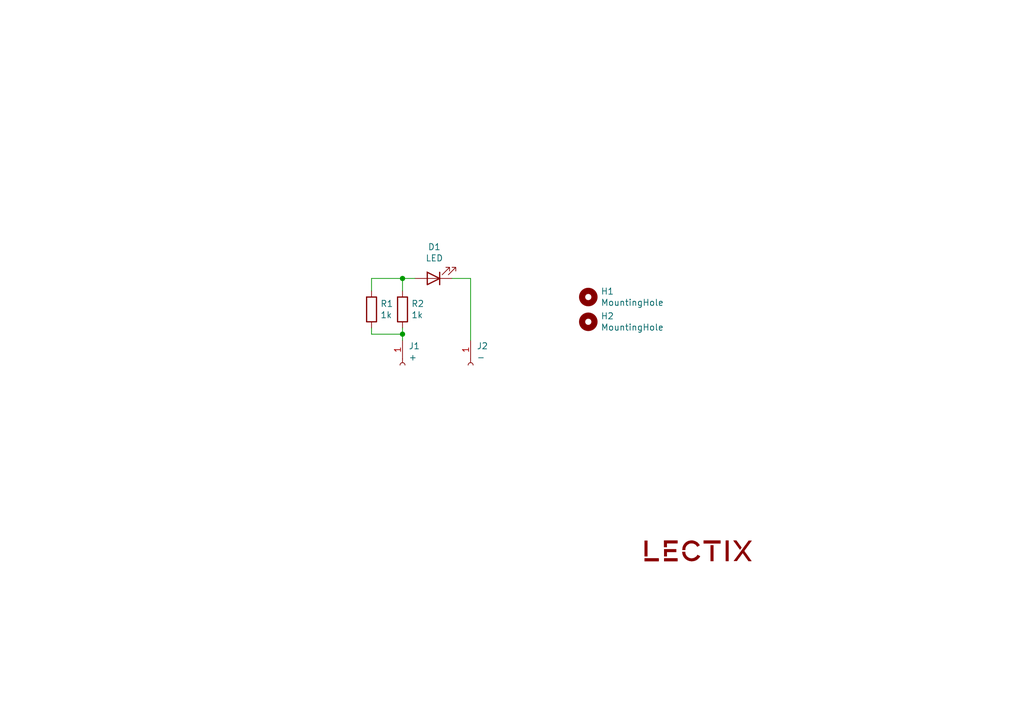
<source format=kicad_sch>
(kicad_sch (version 20211123) (generator eeschema)
  (paper "A5")
  (title_block (title "LEC005001 - LED d’éclairage intérieur") (date "2023-04-16") (rev "1.0") (company "LECTIX"))
  (lib_symbols
    (symbol "0_logos:logo_lectix_25mm" (pin_names (offset 1.016))
      (symbol "logo_lectix_25mm_0_0"
        (polyline (pts (xy -10.1092 2.0574) (xy -10.668 2.0574) (xy -10.668 -1.1176) (xy -10.1092 -1.1176) (xy -10.1092 2.0574)) (stroke (width 0.0254)) (fill (type outline)))
        (polyline (pts (xy -7.7978 -1.5748) (xy -10.668 -1.5748) (xy -10.668 -2.1336) (xy -7.7978 -2.1336) (xy -7.7978 -1.5748)) (stroke (width 0.0254)) (fill (type outline)))
        (polyline (pts (xy -3.937 -1.5748) (xy -6.6548 -1.5748) (xy -6.6548 -2.1336) (xy -3.937 -2.1336) (xy -3.937 -1.5748)) (stroke (width 0.0254)) (fill (type outline)))
        (polyline (pts (xy 3.429 1.0922) (xy 2.8702 1.0922) (xy 2.8702 -2.1082) (xy 3.429 -2.1082) (xy 3.429 1.0922)) (stroke (width 0.0254)) (fill (type outline)))
        (polyline (pts (xy 4.8768 2.0828) (xy 1.4478 2.0828) (xy 1.4478 1.524) (xy 4.8768 1.524) (xy 4.8768 2.0828)) (stroke (width 0.0254)) (fill (type outline)))
        (polyline (pts (xy 6.5278 2.0828) (xy 5.9944 2.0828) (xy 5.9944 -2.1082) (xy 6.5278 -2.1082) (xy 6.5278 2.0828)) (stroke (width 0.0254)) (fill (type outline)))
        (polyline (pts (xy -6.1214 -0.254) (xy -4.2164 -0.254) (xy -4.2164 0.3048) (xy -6.6548 0.3048) (xy -6.6548 -1.1176) (xy -6.1214 -1.1176) (xy -6.1214 -0.254)) (stroke (width 0.0254)) (fill (type outline)))
        (polyline (pts (xy -6.1214 1.5494) (xy -3.937 1.5494) (xy -3.937 2.0828) (xy -6.6802 2.0828) (xy -6.6802 0.762) (xy -6.1214 0.762) (xy -6.1214 1.5494)) (stroke (width 0.0254)) (fill (type outline)))
        (polyline (pts (xy 8.9916 0.381) (xy 9.017 0.4318) (xy 9.0424 0.4572) (xy 9.0678 0.508) (xy 9.0932 0.5334) (xy 9.1186 0.5842) (xy 9.144 0.6096) (xy 9.144 0.635) (xy 9.1694 0.635) (xy 9.1694 0.6604) (xy 9.1186 0.7112) (xy 9.0678 0.8128) (xy 9.017 0.8636) (xy 8.9916 0.9144) (xy 8.9408 0.9906) (xy 8.89 1.0414) (xy 8.8392 1.1176) (xy 8.763 1.1938) (xy 8.7122 1.2954) (xy 8.6614 1.3716) (xy 8.128 2.0828) (xy 7.5692 2.0828) (xy 7.5692 2.0574) (xy 7.5946 2.0574) (xy 7.5946 2.032) (xy 7.6454 1.9812) (xy 7.6708 1.9304) (xy 7.7216 1.8796) (xy 7.747 1.8034) (xy 7.7978 1.7526) (xy 7.8994 1.6002) (xy 7.9756 1.524) (xy 8.0264 1.4478) (xy 8.1026 1.3462) (xy 8.1534 1.2446) (xy 8.2296 1.1684) (xy 8.255 1.1176) (xy 8.3312 1.0414) (xy 8.382 0.9398) (xy 8.4582 0.8636) (xy 8.509 0.762) (xy 8.5598 0.6858) (xy 8.6868 0.5588) (xy 8.7122 0.4826) (xy 8.763 0.4318) (xy 8.7884 0.381) (xy 8.8392 0.3556) (xy 8.8646 0.3048) (xy 8.8646 0.2794) (xy 8.89 0.2794) (xy 8.9916 0.381)) (stroke (width 0.0254)) (fill (type outline)))
        (polyline (pts (xy -2.3622 0.2794) (xy -2.3368 0.381) (xy -2.3368 0.508) (xy -2.3114 0.6096) (xy -2.286 0.6858) (xy -2.2352 0.8128) (xy -2.1844 0.9144) (xy -2.032 1.1176) (xy -1.9304 1.1938) (xy -1.8542 1.2954) (xy -1.7526 1.3462) (xy -1.6256 1.4224) (xy -1.524 1.4732) (xy -1.397 1.524) (xy -1.27 1.5494) (xy -0.8636 1.5494) (xy -0.762 1.524) (xy -0.635 1.4986) (xy -0.5334 1.4478) (xy -0.4064 1.397) (xy -0.3048 1.3462) (xy -0.2032 1.27) (xy -0.0508 1.1176) (xy 0.0508 0.9652) (xy 0.1016 0.9144) (xy 0.1016 0.889) (xy 0.127 0.8636) (xy 0.1778 0.8636) (xy 0.2286 0.9144) (xy 0.2794 0.9398) (xy 0.3048 0.9652) (xy 0.4064 1.016) (xy 0.4318 1.0414) (xy 0.4826 1.0668) (xy 0.5334 1.1176) (xy 0.5588 1.1176) (xy 0.5842 1.143) (xy 0.5842 1.1684) (xy 0.5588 1.1938) (xy 0.5588 1.2192) (xy 0.5334 1.2192) (xy 0.4572 1.3462) (xy 0.3556 1.4478) (xy 0.254 1.5748) (xy 0.1524 1.6764) (xy -0.2286 1.905) (xy -0.5334 2.0066) (xy -0.6604 2.0574) (xy -0.8128 2.0828) (xy -1.27 2.0828) (xy -1.3208 2.0574) (xy -1.4478 2.032) (xy -1.6002 2.0066) (xy -1.7272 1.9558) (xy -1.8034 1.9304) (xy -1.9558 1.8542) (xy -2.0828 1.778) (xy -2.1844 1.7018) (xy -2.3114 1.6002) (xy -2.413 1.4986) (xy -2.5146 1.3716) (xy -2.5908 1.27) (xy -2.7432 1.016) (xy -2.794 0.8636) (xy -2.8448 0.7366) (xy -2.8702 0.5842) (xy -2.8956 0.4572) (xy -2.8956 0.3048) (xy -2.921 0.1778) (xy -2.3622 0.1778) (xy -2.3622 0.2794)) (stroke (width 0.0254)) (fill (type outline)))
        (polyline (pts (xy -0.8636 -2.1082) (xy -0.6604 -2.1082) (xy -0.6096 -2.0828) (xy -0.4826 -2.0574) (xy -0.1778 -1.9558) (xy 0.0762 -1.8034) (xy 0.2032 -1.7018) (xy 0.3048 -1.6002) (xy 0.4318 -1.4986) (xy 0.5334 -1.3716) (xy 0.6096 -1.2446) (xy 0.635 -1.1938) (xy 0.6858 -1.143) (xy 0.6604 -1.1176) (xy 0.635 -1.1176) (xy 0.6096 -1.0922) (xy 0.5842 -1.0922) (xy 0.5588 -1.0668) (xy 0.3556 -0.9652) (xy 0.3302 -0.9398) (xy 0.2794 -0.9398) (xy 0.254 -0.9144) (xy 0.2032 -0.889) (xy 0.1778 -0.889) (xy 0.1778 -0.8636) (xy 0.1524 -0.889) (xy 0.1524 -0.9144) (xy 0.127 -0.9652) (xy -0.0254 -1.1684) (xy -0.3302 -1.397) (xy -0.4318 -1.4478) (xy -0.6858 -1.5494) (xy -0.7874 -1.5748) (xy -0.8382 -1.5748) (xy -0.9144 -1.6002) (xy -1.1684 -1.6002) (xy -1.27 -1.5748) (xy -1.397 -1.5494) (xy -1.651 -1.4478) (xy -1.7526 -1.3716) (xy -1.8542 -1.3208) (xy -1.8542 -1.2954) (xy -1.9558 -1.2192) (xy -2.0574 -1.1176) (xy -2.1336 -1.016) (xy -2.1844 -0.9144) (xy -2.2606 -0.8128) (xy -2.286 -0.6858) (xy -2.3368 -0.5588) (xy -2.3622 -0.4572) (xy -2.3622 -0.254) (xy -2.921 -0.254) (xy -2.921 -0.4318) (xy -2.8956 -0.4572) (xy -2.8956 -0.6096) (xy -2.8448 -0.762) (xy -2.794 -0.889) (xy -2.7432 -1.0414) (xy -2.5908 -1.2954) (xy -2.3876 -1.5494) (xy -2.3368 -1.5748) (xy -2.286 -1.651) (xy -2.2098 -1.7018) (xy -2.159 -1.7526) (xy -2.0828 -1.8034) (xy -2.0574 -1.8034) (xy -1.8034 -1.9558) (xy -1.651 -2.0066) (xy -1.524 -2.0574) (xy -1.3716 -2.0828) (xy -1.2446 -2.1082) (xy -1.1938 -2.1082) (xy -1.1684 -2.1336) (xy -0.9144 -2.1336) (xy -0.8636 -2.1082)) (stroke (width 0.0254)) (fill (type outline)))
        (polyline (pts (xy 11.2014 -2.0574) (xy 11.1506 -2.0066) (xy 11.1252 -1.9558) (xy 11.0236 -1.8542) (xy 10.8204 -1.5494) (xy 10.7442 -1.4478) (xy 10.6934 -1.3716) (xy 10.4648 -1.0668) (xy 10.4394 -1.016) (xy 10.287 -0.8128) (xy 10.2362 -0.7366) (xy 10.16 -0.635) (xy 10.1092 -0.5588) (xy 10.033 -0.4826) (xy 9.8806 -0.254) (xy 9.8552 -0.2032) (xy 9.8044 -0.1524) (xy 9.779 -0.1016) (xy 9.7536 -0.0762) (xy 9.7536 -0.0508) (xy 9.7282 -0.0508) (xy 9.7282 -0.0254) (xy 9.779 0.0254) (xy 9.8044 0.0762) (xy 9.8298 0.1016) (xy 9.8806 0.1778) (xy 9.906 0.2286) (xy 9.9568 0.3048) (xy 10.033 0.381) (xy 10.1346 0.5334) (xy 10.2108 0.6096) (xy 10.2616 0.7112) (xy 10.4902 1.016) (xy 11.2522 2.0574) (xy 10.668 2.0574) (xy 10.668 2.032) (xy 10.6426 2.0066) (xy 10.5918 1.905) (xy 10.4902 1.8034) (xy 10.3886 1.651) (xy 10.3124 1.5748) (xy 10.2616 1.4732) (xy 10.033 1.1684) (xy 9.9314 1.0414) (xy 9.8552 0.9398) (xy 9.7536 0.8128) (xy 9.6774 0.6858) (xy 9.5758 0.5334) (xy 9.4742 0.4064) (xy 9.3726 0.254) (xy 9.271 0.127) (xy 9.1694 -0.0254) (xy 7.6454 -2.0828) (xy 8.2296 -2.0828) (xy 8.255 -2.0574) (xy 8.255 -2.032) (xy 8.3058 -1.9812) (xy 8.3312 -1.9304) (xy 8.382 -1.8796) (xy 8.4074 -1.8288) (xy 8.5598 -1.6002) (xy 8.636 -1.524) (xy 8.6868 -1.4478) (xy 8.763 -1.3462) (xy 8.8392 -1.27) (xy 8.89 -1.1938) (xy 8.9408 -1.0922) (xy 9.017 -1.016) (xy 9.2202 -0.7112) (xy 9.3218 -0.6096) (xy 9.3726 -0.508) (xy 9.4234 -0.4572) (xy 9.4234 -0.4318) (xy 9.4488 -0.4318) (xy 9.4488 -0.4572) (xy 9.525 -0.5334) (xy 9.5504 -0.5842) (xy 9.6012 -0.635) (xy 9.6266 -0.7112) (xy 9.6774 -0.762) (xy 9.779 -0.9144) (xy 9.8552 -0.9906) (xy 9.906 -1.0922) (xy 9.9822 -1.1684) (xy 10.033 -1.27) (xy 10.6426 -2.1082) (xy 11.2014 -2.1082) (xy 11.2014 -2.0574)) (stroke (width 0.0254)) (fill (type outline)))
      )
    )
    (symbol "Connector:Conn_01x01_Female" (pin_names (offset 1.016) hide)
      (property "Reference" "J" (at 0 2.54 0))
      (property "Value" "Conn_01x01_Female" (at 0 -2.54 0))
      (symbol "Conn_01x01_Female_1_1"
        (polyline (pts (xy -1.27 0) (xy -0.508 0)) (stroke (width 0.1524)))
        (arc (start 0 0.508) (mid -0.508 0) (end 0 -0.508) (stroke (width 0.1524)))
        (pin passive line (at -5.08 0 0) (length 3.81) (name "Pin_1") (number "1"))
      )
    )
    (symbol "Device:LED" (pin_numbers hide) (pin_names (offset 1.016) hide)
      (property "Reference" "D" (at 0 2.54 0))
      (property "Value" "LED" (at 0 -2.54 0))
      (symbol "LED_0_1"
        (polyline (pts (xy -1.27 -1.27) (xy -1.27 1.27)) (stroke (width 0.254)))
        (polyline (pts (xy -1.27 0) (xy 1.27 0)))
        (polyline (pts (xy 1.27 -1.27) (xy 1.27 1.27) (xy -1.27 0) (xy 1.27 -1.27)) (stroke (width 0.254)))
        (polyline (pts (xy -3.048 -0.762) (xy -4.572 -2.286) (xy -3.81 -2.286) (xy -4.572 -2.286) (xy -4.572 -1.524)))
        (polyline (pts (xy -1.778 -0.762) (xy -3.302 -2.286) (xy -2.54 -2.286) (xy -3.302 -2.286) (xy -3.302 -1.524)))
      )
      (symbol "LED_1_1"
        (pin passive line (at -3.81 0 0) (length 2.54) (name "K") (number "1"))
        (pin passive line (at 3.81 0 180) (length 2.54) (name "A") (number "2"))
      )
    )
    (symbol "Device:R" (pin_numbers hide) (pin_names (offset 0))
      (property "Reference" "R" (at 2.032 0 90))
      (property "Value" "R" (at 0 0 90))
      (symbol "R_0_1"
        (rectangle (start -1.016 -2.54) (end 1.016 2.54) (stroke (width 0.254)))
      )
      (symbol "R_1_1"
        (pin passive line (at 0 3.81 270) (length 1.27) (name "~") (number "1"))
        (pin passive line (at 0 -3.81 90) (length 1.27) (name "~") (number "2"))
      )
    )
    (symbol "Mechanical:MountingHole" (pin_names (offset 1.016))
      (property "Reference" "H" (at 0 5.08 0))
      (property "Value" "MountingHole" (at 0 3.175 0))
      (symbol "MountingHole_0_1"
        (circle (center 0 0) (radius 1.27) (stroke (width 1.27)))
      )
    )
  )
  (junction (at 82.55 57.15))
  (junction (at 82.55 68.58))
  (wire (pts (xy 82.55 69.85) (xy 82.55 68.58)))
  (wire (pts (xy 76.2 59.69) (xy 76.2 57.15)))
  (wire (pts (xy 76.2 57.15) (xy 82.55 57.15)))
  (wire (pts (xy 82.55 68.58) (xy 82.55 67.31)))
  (wire (pts (xy 82.55 59.69) (xy 82.55 57.15)))
  (wire (pts (xy 82.55 57.15) (xy 85.09 57.15)))
  (wire (pts (xy 96.52 57.15) (xy 92.71 57.15)))
  (wire (pts (xy 96.52 69.85) (xy 96.52 57.15)))
  (wire (pts (xy 76.2 67.31) (xy 76.2 68.58)))
  (wire (pts (xy 76.2 68.58) (xy 82.55 68.58)))
  (symbol (lib_id "0_logos:logo_lectix_25mm") (at 142.875 113.03 0) (unit 1) (in_bom no)
    (property "Reference" "LOGO1" (effects hide))
    (property "Value" "logo_lectix_25mm" (effects hide))
    (property "Footprint" "0_logos:Logo_10mm" (effects hide))
  )
  (symbol (lib_id "Device:LED") (at 88.9 57.15 180) (unit 1)
    (property "Reference" "D1" (at 89.0778 50.673 0))
    (property "Value" "LED" (at 89.0778 52.9844 0))
    (property "Footprint" "LED_SMD:LED_0603_1608Metric" (effects hide))
    (property "LCSC" "C2290" (effects hide))
  )
  (symbol (lib_id "Device:R") (at 82.55 63.5 0) (unit 1)
    (property "Reference" "R2" (at 84.328 62.3316 0) (effects (justify left)))
    (property "Value" "1k" (at 84.328 64.643 0) (effects (justify left)))
    (property "Footprint" "Resistor_SMD:R_0805_2012Metric" (effects hide))
    (property "LCSC" "C17513" (effects hide))
  )
  (symbol (lib_id "Connector:Conn_01x01_Female") (at 82.55 74.93 270) (unit 1) (in_bom no)
    (property "Reference" "J1" (at 83.7692 71.0184 90) (effects (justify left)))
    (property "Value" "+" (at 83.7692 73.3298 90) (effects (justify left)))
    (property "Footprint" "TestPoint:TestPoint_Pad_2.0x2.0mm" (effects hide))
  )
  (symbol (lib_id "Connector:Conn_01x01_Female") (at 96.52 74.93 270) (unit 1) (in_bom no)
    (property "Reference" "J2" (at 97.7392 71.0184 90) (effects (justify left)))
    (property "Value" "-" (at 97.7392 73.3298 90) (effects (justify left)))
    (property "Footprint" "TestPoint:TestPoint_Pad_D2.0mm" (effects hide))
  )
  (symbol (lib_id "Device:R") (at 76.2 63.5 0) (unit 1)
    (property "Reference" "R1" (at 77.978 62.3316 0) (effects (justify left)))
    (property "Value" "1k" (at 77.978 64.643 0) (effects (justify left)))
    (property "Footprint" "Resistor_SMD:R_0805_2012Metric" (effects hide))
    (property "LCSC" "C17513" (effects hide))
  )
  (symbol (lib_id "Mechanical:MountingHole") (at 120.65 60.96 0) (unit 1) (in_bom no)
    (property "Reference" "H1" (at 123.19 59.7916 0) (effects (justify left)))
    (property "Value" "MountingHole" (at 123.19 62.103 0) (effects (justify left)))
    (property "Footprint" "0_mechanical:MountingHole_3.2mm_M3" (effects hide))
  )
  (symbol (lib_id "Mechanical:MountingHole") (at 120.65 66.04 0) (unit 1) (in_bom no)
    (property "Reference" "H2" (at 123.19 64.8716 0) (effects (justify left)))
    (property "Value" "MountingHole" (at 123.19 67.183 0) (effects (justify left)))
    (property "Footprint" "0_mechanical:MountingHole_3.2mm_M3" (effects hide))
  )
)
</source>
